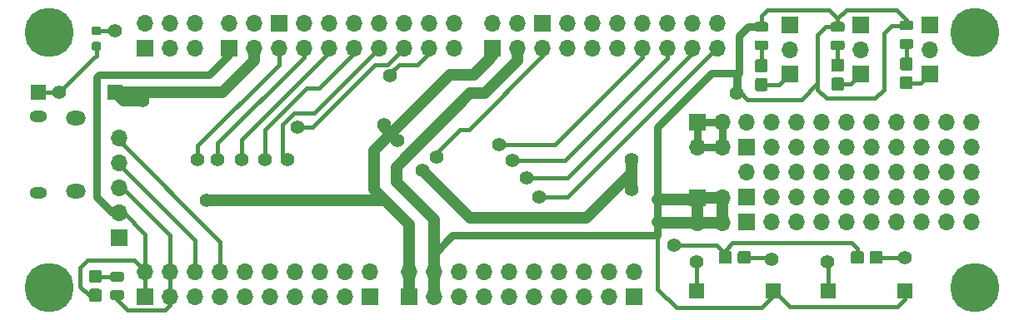
<source format=gbr>
G04 #@! TF.GenerationSoftware,KiCad,Pcbnew,(5.1.5)-2*
G04 #@! TF.CreationDate,2020-04-05T00:52:07+07:00*
G04 #@! TF.ProjectId,KIT_PIC16F1937,4b49545f-5049-4433-9136-46313933372e,rev?*
G04 #@! TF.SameCoordinates,Original*
G04 #@! TF.FileFunction,Copper,L1,Top*
G04 #@! TF.FilePolarity,Positive*
%FSLAX46Y46*%
G04 Gerber Fmt 4.6, Leading zero omitted, Abs format (unit mm)*
G04 Created by KiCad (PCBNEW (5.1.5)-2) date 2020-04-05 00:52:07*
%MOMM*%
%LPD*%
G04 APERTURE LIST*
%ADD10C,0.100000*%
%ADD11R,1.500000X1.500000*%
%ADD12C,5.000000*%
%ADD13C,0.800000*%
%ADD14R,1.700000X1.700000*%
%ADD15O,1.700000X1.700000*%
%ADD16O,2.000000X1.450000*%
%ADD17O,1.800000X1.150000*%
%ADD18C,1.400000*%
%ADD19C,0.400000*%
%ADD20C,1.200000*%
%ADD21C,0.800000*%
G04 APERTURE END LIST*
G04 #@! TA.AperFunction,SMDPad,CuDef*
D10*
G36*
X150391691Y-100554053D02*
G01*
X150412926Y-100557203D01*
X150433750Y-100562419D01*
X150453962Y-100569651D01*
X150473368Y-100578830D01*
X150491781Y-100589866D01*
X150509024Y-100602654D01*
X150524930Y-100617070D01*
X150539346Y-100632976D01*
X150552134Y-100650219D01*
X150563170Y-100668632D01*
X150572349Y-100688038D01*
X150579581Y-100708250D01*
X150584797Y-100729074D01*
X150587947Y-100750309D01*
X150589000Y-100771750D01*
X150589000Y-101209250D01*
X150587947Y-101230691D01*
X150584797Y-101251926D01*
X150579581Y-101272750D01*
X150572349Y-101292962D01*
X150563170Y-101312368D01*
X150552134Y-101330781D01*
X150539346Y-101348024D01*
X150524930Y-101363930D01*
X150509024Y-101378346D01*
X150491781Y-101391134D01*
X150473368Y-101402170D01*
X150453962Y-101411349D01*
X150433750Y-101418581D01*
X150412926Y-101423797D01*
X150391691Y-101426947D01*
X150370250Y-101428000D01*
X149857750Y-101428000D01*
X149836309Y-101426947D01*
X149815074Y-101423797D01*
X149794250Y-101418581D01*
X149774038Y-101411349D01*
X149754632Y-101402170D01*
X149736219Y-101391134D01*
X149718976Y-101378346D01*
X149703070Y-101363930D01*
X149688654Y-101348024D01*
X149675866Y-101330781D01*
X149664830Y-101312368D01*
X149655651Y-101292962D01*
X149648419Y-101272750D01*
X149643203Y-101251926D01*
X149640053Y-101230691D01*
X149639000Y-101209250D01*
X149639000Y-100771750D01*
X149640053Y-100750309D01*
X149643203Y-100729074D01*
X149648419Y-100708250D01*
X149655651Y-100688038D01*
X149664830Y-100668632D01*
X149675866Y-100650219D01*
X149688654Y-100632976D01*
X149703070Y-100617070D01*
X149718976Y-100602654D01*
X149736219Y-100589866D01*
X149754632Y-100578830D01*
X149774038Y-100569651D01*
X149794250Y-100562419D01*
X149815074Y-100557203D01*
X149836309Y-100554053D01*
X149857750Y-100553000D01*
X150370250Y-100553000D01*
X150391691Y-100554053D01*
G37*
G04 #@! TD.AperFunction*
G04 #@! TA.AperFunction,SMDPad,CuDef*
G36*
X150391691Y-98979053D02*
G01*
X150412926Y-98982203D01*
X150433750Y-98987419D01*
X150453962Y-98994651D01*
X150473368Y-99003830D01*
X150491781Y-99014866D01*
X150509024Y-99027654D01*
X150524930Y-99042070D01*
X150539346Y-99057976D01*
X150552134Y-99075219D01*
X150563170Y-99093632D01*
X150572349Y-99113038D01*
X150579581Y-99133250D01*
X150584797Y-99154074D01*
X150587947Y-99175309D01*
X150589000Y-99196750D01*
X150589000Y-99634250D01*
X150587947Y-99655691D01*
X150584797Y-99676926D01*
X150579581Y-99697750D01*
X150572349Y-99717962D01*
X150563170Y-99737368D01*
X150552134Y-99755781D01*
X150539346Y-99773024D01*
X150524930Y-99788930D01*
X150509024Y-99803346D01*
X150491781Y-99816134D01*
X150473368Y-99827170D01*
X150453962Y-99836349D01*
X150433750Y-99843581D01*
X150412926Y-99848797D01*
X150391691Y-99851947D01*
X150370250Y-99853000D01*
X149857750Y-99853000D01*
X149836309Y-99851947D01*
X149815074Y-99848797D01*
X149794250Y-99843581D01*
X149774038Y-99836349D01*
X149754632Y-99827170D01*
X149736219Y-99816134D01*
X149718976Y-99803346D01*
X149703070Y-99788930D01*
X149688654Y-99773024D01*
X149675866Y-99755781D01*
X149664830Y-99737368D01*
X149655651Y-99717962D01*
X149648419Y-99697750D01*
X149643203Y-99676926D01*
X149640053Y-99655691D01*
X149639000Y-99634250D01*
X149639000Y-99196750D01*
X149640053Y-99175309D01*
X149643203Y-99154074D01*
X149648419Y-99133250D01*
X149655651Y-99113038D01*
X149664830Y-99093632D01*
X149675866Y-99075219D01*
X149688654Y-99057976D01*
X149703070Y-99042070D01*
X149718976Y-99027654D01*
X149736219Y-99014866D01*
X149754632Y-99003830D01*
X149774038Y-98994651D01*
X149794250Y-98987419D01*
X149815074Y-98982203D01*
X149836309Y-98979053D01*
X149857750Y-98978000D01*
X150370250Y-98978000D01*
X150391691Y-98979053D01*
G37*
G04 #@! TD.AperFunction*
D11*
X144182000Y-105664000D03*
X151982000Y-105664000D03*
D12*
X145288000Y-99568000D03*
D13*
X147163000Y-99568000D03*
X146613825Y-100893825D03*
X145288000Y-101443000D03*
X143962175Y-100893825D03*
X143413000Y-99568000D03*
X143962175Y-98242175D03*
X145288000Y-97693000D03*
X146613825Y-98242175D03*
X146613825Y-124277175D03*
X145288000Y-123728000D03*
X143962175Y-124277175D03*
X143413000Y-125603000D03*
X143962175Y-126928825D03*
X145288000Y-127478000D03*
X146613825Y-126928825D03*
X147163000Y-125603000D03*
D12*
X145288000Y-125603000D03*
X239395000Y-99568000D03*
D13*
X241270000Y-99568000D03*
X240720825Y-100893825D03*
X239395000Y-101443000D03*
X238069175Y-100893825D03*
X237520000Y-99568000D03*
X238069175Y-98242175D03*
X239395000Y-97693000D03*
X240720825Y-98242175D03*
X240720825Y-124277175D03*
X239395000Y-123728000D03*
X238069175Y-124277175D03*
X237520000Y-125603000D03*
X238069175Y-126928825D03*
X239395000Y-127478000D03*
X240720825Y-126928825D03*
X241270000Y-125603000D03*
D12*
X239395000Y-125603000D03*
D14*
X195444000Y-98679000D03*
D15*
X195444000Y-101219000D03*
X197984000Y-98679000D03*
X197984000Y-101219000D03*
X200524000Y-98679000D03*
X200524000Y-101219000D03*
X203064000Y-98679000D03*
X203064000Y-101219000D03*
X205604000Y-98679000D03*
X205604000Y-101219000D03*
X208144000Y-98679000D03*
X208144000Y-101219000D03*
X210684000Y-98679000D03*
X210684000Y-101219000D03*
X213224000Y-98679000D03*
X213224000Y-101219000D03*
X186944000Y-123952000D03*
X186944000Y-126492000D03*
X189484000Y-123952000D03*
X189484000Y-126492000D03*
X192024000Y-123952000D03*
X192024000Y-126492000D03*
X194564000Y-123952000D03*
X194564000Y-126492000D03*
X197104000Y-123952000D03*
X197104000Y-126492000D03*
X199644000Y-123952000D03*
X199644000Y-126492000D03*
X202184000Y-123952000D03*
X202184000Y-126492000D03*
X204724000Y-123952000D03*
D14*
X204724000Y-126492000D03*
D15*
X186427000Y-101219000D03*
X186427000Y-98679000D03*
X183887000Y-101219000D03*
X183887000Y-98679000D03*
X181347000Y-101219000D03*
X181347000Y-98679000D03*
X178807000Y-101219000D03*
X178807000Y-98679000D03*
X176267000Y-101219000D03*
X176267000Y-98679000D03*
X173727000Y-101219000D03*
X173727000Y-98679000D03*
X171187000Y-101219000D03*
X171187000Y-98679000D03*
X168647000Y-101219000D03*
D14*
X168647000Y-98679000D03*
X177927000Y-126492000D03*
D15*
X177927000Y-123952000D03*
X175387000Y-126492000D03*
X175387000Y-123952000D03*
X172847000Y-126492000D03*
X172847000Y-123952000D03*
X170307000Y-126492000D03*
X170307000Y-123952000D03*
X167767000Y-126492000D03*
X167767000Y-123952000D03*
X165227000Y-126492000D03*
X165227000Y-123952000D03*
X162687000Y-126492000D03*
X162687000Y-123952000D03*
X160147000Y-126492000D03*
X160147000Y-123952000D03*
D14*
X152400000Y-120523000D03*
D15*
X152400000Y-117983000D03*
X152400000Y-115443000D03*
X152400000Y-112903000D03*
X152400000Y-110363000D03*
D14*
X181864000Y-126492000D03*
D15*
X181864000Y-123952000D03*
X184404000Y-126492000D03*
X184404000Y-123952000D03*
X166107000Y-98679000D03*
X166107000Y-101219000D03*
X163567000Y-98679000D03*
D14*
X163567000Y-101219000D03*
X190364000Y-101219000D03*
D15*
X190364000Y-98679000D03*
X192904000Y-101219000D03*
X192904000Y-98679000D03*
X157607000Y-123952000D03*
X157607000Y-126492000D03*
X155067000Y-123952000D03*
D14*
X155067000Y-126492000D03*
X155067000Y-101219000D03*
D15*
X155067000Y-98679000D03*
X157607000Y-101219000D03*
X157607000Y-98679000D03*
X160147000Y-101219000D03*
X160147000Y-98679000D03*
G04 #@! TA.AperFunction,SMDPad,CuDef*
D10*
G36*
X150424504Y-123776204D02*
G01*
X150448773Y-123779804D01*
X150472571Y-123785765D01*
X150495671Y-123794030D01*
X150517849Y-123804520D01*
X150538893Y-123817133D01*
X150558598Y-123831747D01*
X150576777Y-123848223D01*
X150593253Y-123866402D01*
X150607867Y-123886107D01*
X150620480Y-123907151D01*
X150630970Y-123929329D01*
X150639235Y-123952429D01*
X150645196Y-123976227D01*
X150648796Y-124000496D01*
X150650000Y-124025000D01*
X150650000Y-124850000D01*
X150648796Y-124874504D01*
X150645196Y-124898773D01*
X150639235Y-124922571D01*
X150630970Y-124945671D01*
X150620480Y-124967849D01*
X150607867Y-124988893D01*
X150593253Y-125008598D01*
X150576777Y-125026777D01*
X150558598Y-125043253D01*
X150538893Y-125057867D01*
X150517849Y-125070480D01*
X150495671Y-125080970D01*
X150472571Y-125089235D01*
X150448773Y-125095196D01*
X150424504Y-125098796D01*
X150400000Y-125100000D01*
X149600000Y-125100000D01*
X149575496Y-125098796D01*
X149551227Y-125095196D01*
X149527429Y-125089235D01*
X149504329Y-125080970D01*
X149482151Y-125070480D01*
X149461107Y-125057867D01*
X149441402Y-125043253D01*
X149423223Y-125026777D01*
X149406747Y-125008598D01*
X149392133Y-124988893D01*
X149379520Y-124967849D01*
X149369030Y-124945671D01*
X149360765Y-124922571D01*
X149354804Y-124898773D01*
X149351204Y-124874504D01*
X149350000Y-124850000D01*
X149350000Y-124025000D01*
X149351204Y-124000496D01*
X149354804Y-123976227D01*
X149360765Y-123952429D01*
X149369030Y-123929329D01*
X149379520Y-123907151D01*
X149392133Y-123886107D01*
X149406747Y-123866402D01*
X149423223Y-123848223D01*
X149441402Y-123831747D01*
X149461107Y-123817133D01*
X149482151Y-123804520D01*
X149504329Y-123794030D01*
X149527429Y-123785765D01*
X149551227Y-123779804D01*
X149575496Y-123776204D01*
X149600000Y-123775000D01*
X150400000Y-123775000D01*
X150424504Y-123776204D01*
G37*
G04 #@! TD.AperFunction*
G04 #@! TA.AperFunction,SMDPad,CuDef*
G36*
X150424504Y-125701204D02*
G01*
X150448773Y-125704804D01*
X150472571Y-125710765D01*
X150495671Y-125719030D01*
X150517849Y-125729520D01*
X150538893Y-125742133D01*
X150558598Y-125756747D01*
X150576777Y-125773223D01*
X150593253Y-125791402D01*
X150607867Y-125811107D01*
X150620480Y-125832151D01*
X150630970Y-125854329D01*
X150639235Y-125877429D01*
X150645196Y-125901227D01*
X150648796Y-125925496D01*
X150650000Y-125950000D01*
X150650000Y-126775000D01*
X150648796Y-126799504D01*
X150645196Y-126823773D01*
X150639235Y-126847571D01*
X150630970Y-126870671D01*
X150620480Y-126892849D01*
X150607867Y-126913893D01*
X150593253Y-126933598D01*
X150576777Y-126951777D01*
X150558598Y-126968253D01*
X150538893Y-126982867D01*
X150517849Y-126995480D01*
X150495671Y-127005970D01*
X150472571Y-127014235D01*
X150448773Y-127020196D01*
X150424504Y-127023796D01*
X150400000Y-127025000D01*
X149600000Y-127025000D01*
X149575496Y-127023796D01*
X149551227Y-127020196D01*
X149527429Y-127014235D01*
X149504329Y-127005970D01*
X149482151Y-126995480D01*
X149461107Y-126982867D01*
X149441402Y-126968253D01*
X149423223Y-126951777D01*
X149406747Y-126933598D01*
X149392133Y-126913893D01*
X149379520Y-126892849D01*
X149369030Y-126870671D01*
X149360765Y-126847571D01*
X149354804Y-126823773D01*
X149351204Y-126799504D01*
X149350000Y-126775000D01*
X149350000Y-125950000D01*
X149351204Y-125925496D01*
X149354804Y-125901227D01*
X149360765Y-125877429D01*
X149369030Y-125854329D01*
X149379520Y-125832151D01*
X149392133Y-125811107D01*
X149406747Y-125791402D01*
X149423223Y-125773223D01*
X149441402Y-125756747D01*
X149461107Y-125742133D01*
X149482151Y-125729520D01*
X149504329Y-125719030D01*
X149527429Y-125710765D01*
X149551227Y-125704804D01*
X149575496Y-125701204D01*
X149600000Y-125700000D01*
X150400000Y-125700000D01*
X150424504Y-125701204D01*
G37*
G04 #@! TD.AperFunction*
G04 #@! TA.AperFunction,SMDPad,CuDef*
G36*
X216379504Y-121856204D02*
G01*
X216403773Y-121859804D01*
X216427571Y-121865765D01*
X216450671Y-121874030D01*
X216472849Y-121884520D01*
X216493893Y-121897133D01*
X216513598Y-121911747D01*
X216531777Y-121928223D01*
X216548253Y-121946402D01*
X216562867Y-121966107D01*
X216575480Y-121987151D01*
X216585970Y-122009329D01*
X216594235Y-122032429D01*
X216600196Y-122056227D01*
X216603796Y-122080496D01*
X216605000Y-122105000D01*
X216605000Y-122905000D01*
X216603796Y-122929504D01*
X216600196Y-122953773D01*
X216594235Y-122977571D01*
X216585970Y-123000671D01*
X216575480Y-123022849D01*
X216562867Y-123043893D01*
X216548253Y-123063598D01*
X216531777Y-123081777D01*
X216513598Y-123098253D01*
X216493893Y-123112867D01*
X216472849Y-123125480D01*
X216450671Y-123135970D01*
X216427571Y-123144235D01*
X216403773Y-123150196D01*
X216379504Y-123153796D01*
X216355000Y-123155000D01*
X215530000Y-123155000D01*
X215505496Y-123153796D01*
X215481227Y-123150196D01*
X215457429Y-123144235D01*
X215434329Y-123135970D01*
X215412151Y-123125480D01*
X215391107Y-123112867D01*
X215371402Y-123098253D01*
X215353223Y-123081777D01*
X215336747Y-123063598D01*
X215322133Y-123043893D01*
X215309520Y-123022849D01*
X215299030Y-123000671D01*
X215290765Y-122977571D01*
X215284804Y-122953773D01*
X215281204Y-122929504D01*
X215280000Y-122905000D01*
X215280000Y-122105000D01*
X215281204Y-122080496D01*
X215284804Y-122056227D01*
X215290765Y-122032429D01*
X215299030Y-122009329D01*
X215309520Y-121987151D01*
X215322133Y-121966107D01*
X215336747Y-121946402D01*
X215353223Y-121928223D01*
X215371402Y-121911747D01*
X215391107Y-121897133D01*
X215412151Y-121884520D01*
X215434329Y-121874030D01*
X215457429Y-121865765D01*
X215481227Y-121859804D01*
X215505496Y-121856204D01*
X215530000Y-121855000D01*
X216355000Y-121855000D01*
X216379504Y-121856204D01*
G37*
G04 #@! TD.AperFunction*
G04 #@! TA.AperFunction,SMDPad,CuDef*
G36*
X214454504Y-121856204D02*
G01*
X214478773Y-121859804D01*
X214502571Y-121865765D01*
X214525671Y-121874030D01*
X214547849Y-121884520D01*
X214568893Y-121897133D01*
X214588598Y-121911747D01*
X214606777Y-121928223D01*
X214623253Y-121946402D01*
X214637867Y-121966107D01*
X214650480Y-121987151D01*
X214660970Y-122009329D01*
X214669235Y-122032429D01*
X214675196Y-122056227D01*
X214678796Y-122080496D01*
X214680000Y-122105000D01*
X214680000Y-122905000D01*
X214678796Y-122929504D01*
X214675196Y-122953773D01*
X214669235Y-122977571D01*
X214660970Y-123000671D01*
X214650480Y-123022849D01*
X214637867Y-123043893D01*
X214623253Y-123063598D01*
X214606777Y-123081777D01*
X214588598Y-123098253D01*
X214568893Y-123112867D01*
X214547849Y-123125480D01*
X214525671Y-123135970D01*
X214502571Y-123144235D01*
X214478773Y-123150196D01*
X214454504Y-123153796D01*
X214430000Y-123155000D01*
X213605000Y-123155000D01*
X213580496Y-123153796D01*
X213556227Y-123150196D01*
X213532429Y-123144235D01*
X213509329Y-123135970D01*
X213487151Y-123125480D01*
X213466107Y-123112867D01*
X213446402Y-123098253D01*
X213428223Y-123081777D01*
X213411747Y-123063598D01*
X213397133Y-123043893D01*
X213384520Y-123022849D01*
X213374030Y-123000671D01*
X213365765Y-122977571D01*
X213359804Y-122953773D01*
X213356204Y-122929504D01*
X213355000Y-122905000D01*
X213355000Y-122105000D01*
X213356204Y-122080496D01*
X213359804Y-122056227D01*
X213365765Y-122032429D01*
X213374030Y-122009329D01*
X213384520Y-121987151D01*
X213397133Y-121966107D01*
X213411747Y-121946402D01*
X213428223Y-121928223D01*
X213446402Y-121911747D01*
X213466107Y-121897133D01*
X213487151Y-121884520D01*
X213509329Y-121874030D01*
X213532429Y-121865765D01*
X213556227Y-121859804D01*
X213580496Y-121856204D01*
X213605000Y-121855000D01*
X214430000Y-121855000D01*
X214454504Y-121856204D01*
G37*
G04 #@! TD.AperFunction*
G04 #@! TA.AperFunction,SMDPad,CuDef*
G36*
X227854504Y-121856204D02*
G01*
X227878773Y-121859804D01*
X227902571Y-121865765D01*
X227925671Y-121874030D01*
X227947849Y-121884520D01*
X227968893Y-121897133D01*
X227988598Y-121911747D01*
X228006777Y-121928223D01*
X228023253Y-121946402D01*
X228037867Y-121966107D01*
X228050480Y-121987151D01*
X228060970Y-122009329D01*
X228069235Y-122032429D01*
X228075196Y-122056227D01*
X228078796Y-122080496D01*
X228080000Y-122105000D01*
X228080000Y-122905000D01*
X228078796Y-122929504D01*
X228075196Y-122953773D01*
X228069235Y-122977571D01*
X228060970Y-123000671D01*
X228050480Y-123022849D01*
X228037867Y-123043893D01*
X228023253Y-123063598D01*
X228006777Y-123081777D01*
X227988598Y-123098253D01*
X227968893Y-123112867D01*
X227947849Y-123125480D01*
X227925671Y-123135970D01*
X227902571Y-123144235D01*
X227878773Y-123150196D01*
X227854504Y-123153796D01*
X227830000Y-123155000D01*
X227005000Y-123155000D01*
X226980496Y-123153796D01*
X226956227Y-123150196D01*
X226932429Y-123144235D01*
X226909329Y-123135970D01*
X226887151Y-123125480D01*
X226866107Y-123112867D01*
X226846402Y-123098253D01*
X226828223Y-123081777D01*
X226811747Y-123063598D01*
X226797133Y-123043893D01*
X226784520Y-123022849D01*
X226774030Y-123000671D01*
X226765765Y-122977571D01*
X226759804Y-122953773D01*
X226756204Y-122929504D01*
X226755000Y-122905000D01*
X226755000Y-122105000D01*
X226756204Y-122080496D01*
X226759804Y-122056227D01*
X226765765Y-122032429D01*
X226774030Y-122009329D01*
X226784520Y-121987151D01*
X226797133Y-121966107D01*
X226811747Y-121946402D01*
X226828223Y-121928223D01*
X226846402Y-121911747D01*
X226866107Y-121897133D01*
X226887151Y-121884520D01*
X226909329Y-121874030D01*
X226932429Y-121865765D01*
X226956227Y-121859804D01*
X226980496Y-121856204D01*
X227005000Y-121855000D01*
X227830000Y-121855000D01*
X227854504Y-121856204D01*
G37*
G04 #@! TD.AperFunction*
G04 #@! TA.AperFunction,SMDPad,CuDef*
G36*
X229779504Y-121856204D02*
G01*
X229803773Y-121859804D01*
X229827571Y-121865765D01*
X229850671Y-121874030D01*
X229872849Y-121884520D01*
X229893893Y-121897133D01*
X229913598Y-121911747D01*
X229931777Y-121928223D01*
X229948253Y-121946402D01*
X229962867Y-121966107D01*
X229975480Y-121987151D01*
X229985970Y-122009329D01*
X229994235Y-122032429D01*
X230000196Y-122056227D01*
X230003796Y-122080496D01*
X230005000Y-122105000D01*
X230005000Y-122905000D01*
X230003796Y-122929504D01*
X230000196Y-122953773D01*
X229994235Y-122977571D01*
X229985970Y-123000671D01*
X229975480Y-123022849D01*
X229962867Y-123043893D01*
X229948253Y-123063598D01*
X229931777Y-123081777D01*
X229913598Y-123098253D01*
X229893893Y-123112867D01*
X229872849Y-123125480D01*
X229850671Y-123135970D01*
X229827571Y-123144235D01*
X229803773Y-123150196D01*
X229779504Y-123153796D01*
X229755000Y-123155000D01*
X228930000Y-123155000D01*
X228905496Y-123153796D01*
X228881227Y-123150196D01*
X228857429Y-123144235D01*
X228834329Y-123135970D01*
X228812151Y-123125480D01*
X228791107Y-123112867D01*
X228771402Y-123098253D01*
X228753223Y-123081777D01*
X228736747Y-123063598D01*
X228722133Y-123043893D01*
X228709520Y-123022849D01*
X228699030Y-123000671D01*
X228690765Y-122977571D01*
X228684804Y-122953773D01*
X228681204Y-122929504D01*
X228680000Y-122905000D01*
X228680000Y-122105000D01*
X228681204Y-122080496D01*
X228684804Y-122056227D01*
X228690765Y-122032429D01*
X228699030Y-122009329D01*
X228709520Y-121987151D01*
X228722133Y-121966107D01*
X228736747Y-121946402D01*
X228753223Y-121928223D01*
X228771402Y-121911747D01*
X228791107Y-121897133D01*
X228812151Y-121884520D01*
X228834329Y-121874030D01*
X228857429Y-121865765D01*
X228881227Y-121859804D01*
X228905496Y-121856204D01*
X228930000Y-121855000D01*
X229755000Y-121855000D01*
X229779504Y-121856204D01*
G37*
G04 #@! TD.AperFunction*
G04 #@! TA.AperFunction,SMDPad,CuDef*
G36*
X152680142Y-125851174D02*
G01*
X152703803Y-125854684D01*
X152727007Y-125860496D01*
X152749529Y-125868554D01*
X152771153Y-125878782D01*
X152791670Y-125891079D01*
X152810883Y-125905329D01*
X152828607Y-125921393D01*
X152844671Y-125939117D01*
X152858921Y-125958330D01*
X152871218Y-125978847D01*
X152881446Y-126000471D01*
X152889504Y-126022993D01*
X152895316Y-126046197D01*
X152898826Y-126069858D01*
X152900000Y-126093750D01*
X152900000Y-126581250D01*
X152898826Y-126605142D01*
X152895316Y-126628803D01*
X152889504Y-126652007D01*
X152881446Y-126674529D01*
X152871218Y-126696153D01*
X152858921Y-126716670D01*
X152844671Y-126735883D01*
X152828607Y-126753607D01*
X152810883Y-126769671D01*
X152791670Y-126783921D01*
X152771153Y-126796218D01*
X152749529Y-126806446D01*
X152727007Y-126814504D01*
X152703803Y-126820316D01*
X152680142Y-126823826D01*
X152656250Y-126825000D01*
X151743750Y-126825000D01*
X151719858Y-126823826D01*
X151696197Y-126820316D01*
X151672993Y-126814504D01*
X151650471Y-126806446D01*
X151628847Y-126796218D01*
X151608330Y-126783921D01*
X151589117Y-126769671D01*
X151571393Y-126753607D01*
X151555329Y-126735883D01*
X151541079Y-126716670D01*
X151528782Y-126696153D01*
X151518554Y-126674529D01*
X151510496Y-126652007D01*
X151504684Y-126628803D01*
X151501174Y-126605142D01*
X151500000Y-126581250D01*
X151500000Y-126093750D01*
X151501174Y-126069858D01*
X151504684Y-126046197D01*
X151510496Y-126022993D01*
X151518554Y-126000471D01*
X151528782Y-125978847D01*
X151541079Y-125958330D01*
X151555329Y-125939117D01*
X151571393Y-125921393D01*
X151589117Y-125905329D01*
X151608330Y-125891079D01*
X151628847Y-125878782D01*
X151650471Y-125868554D01*
X151672993Y-125860496D01*
X151696197Y-125854684D01*
X151719858Y-125851174D01*
X151743750Y-125850000D01*
X152656250Y-125850000D01*
X152680142Y-125851174D01*
G37*
G04 #@! TD.AperFunction*
G04 #@! TA.AperFunction,SMDPad,CuDef*
G36*
X152680142Y-123976174D02*
G01*
X152703803Y-123979684D01*
X152727007Y-123985496D01*
X152749529Y-123993554D01*
X152771153Y-124003782D01*
X152791670Y-124016079D01*
X152810883Y-124030329D01*
X152828607Y-124046393D01*
X152844671Y-124064117D01*
X152858921Y-124083330D01*
X152871218Y-124103847D01*
X152881446Y-124125471D01*
X152889504Y-124147993D01*
X152895316Y-124171197D01*
X152898826Y-124194858D01*
X152900000Y-124218750D01*
X152900000Y-124706250D01*
X152898826Y-124730142D01*
X152895316Y-124753803D01*
X152889504Y-124777007D01*
X152881446Y-124799529D01*
X152871218Y-124821153D01*
X152858921Y-124841670D01*
X152844671Y-124860883D01*
X152828607Y-124878607D01*
X152810883Y-124894671D01*
X152791670Y-124908921D01*
X152771153Y-124921218D01*
X152749529Y-124931446D01*
X152727007Y-124939504D01*
X152703803Y-124945316D01*
X152680142Y-124948826D01*
X152656250Y-124950000D01*
X151743750Y-124950000D01*
X151719858Y-124948826D01*
X151696197Y-124945316D01*
X151672993Y-124939504D01*
X151650471Y-124931446D01*
X151628847Y-124921218D01*
X151608330Y-124908921D01*
X151589117Y-124894671D01*
X151571393Y-124878607D01*
X151555329Y-124860883D01*
X151541079Y-124841670D01*
X151528782Y-124821153D01*
X151518554Y-124799529D01*
X151510496Y-124777007D01*
X151504684Y-124753803D01*
X151501174Y-124730142D01*
X151500000Y-124706250D01*
X151500000Y-124218750D01*
X151501174Y-124194858D01*
X151504684Y-124171197D01*
X151510496Y-124147993D01*
X151518554Y-124125471D01*
X151528782Y-124103847D01*
X151541079Y-124083330D01*
X151555329Y-124064117D01*
X151571393Y-124046393D01*
X151589117Y-124030329D01*
X151608330Y-124016079D01*
X151628847Y-124003782D01*
X151650471Y-123993554D01*
X151672993Y-123985496D01*
X151696197Y-123979684D01*
X151719858Y-123976174D01*
X151743750Y-123975000D01*
X152656250Y-123975000D01*
X152680142Y-123976174D01*
G37*
G04 #@! TD.AperFunction*
D11*
X211100000Y-125905000D03*
X218900000Y-125905000D03*
X224500000Y-125905000D03*
X232300000Y-125905000D03*
D14*
X220600000Y-98800000D03*
D15*
X220600000Y-101340000D03*
D14*
X220600000Y-103800000D03*
X227800000Y-103800000D03*
X227800000Y-98800000D03*
D15*
X227800000Y-101340000D03*
D14*
X234800000Y-103800000D03*
X234800000Y-98800000D03*
D15*
X234800000Y-101340000D03*
X239061001Y-113792000D03*
X239061001Y-116332000D03*
X236521001Y-113792000D03*
X236521001Y-116332000D03*
X233981001Y-113792000D03*
X233981001Y-116332000D03*
X231441001Y-113792000D03*
X231441001Y-116332000D03*
X228901001Y-113792000D03*
X228901001Y-116332000D03*
X226361001Y-113792000D03*
X226361001Y-116332000D03*
X223821001Y-113792000D03*
X223821001Y-116332000D03*
X221281001Y-113792000D03*
X221281001Y-116332000D03*
X218741001Y-113792000D03*
X218741001Y-116332000D03*
X216201001Y-113792000D03*
D14*
X216201001Y-116332000D03*
X216201001Y-111252000D03*
D15*
X216201001Y-108712000D03*
X218741001Y-111252000D03*
X218741001Y-108712000D03*
X221281001Y-111252000D03*
X221281001Y-108712000D03*
X223821001Y-111252000D03*
X223821001Y-108712000D03*
X226361001Y-111252000D03*
X226361001Y-108712000D03*
X228901001Y-111252000D03*
X228901001Y-108712000D03*
X231441001Y-111252000D03*
X231441001Y-108712000D03*
X233981001Y-111252000D03*
X233981001Y-108712000D03*
X236521001Y-111252000D03*
X236521001Y-108712000D03*
X239061001Y-111252000D03*
X239061001Y-108712000D03*
G04 #@! TA.AperFunction,SMDPad,CuDef*
D10*
G36*
X218102504Y-102315704D02*
G01*
X218126773Y-102319304D01*
X218150571Y-102325265D01*
X218173671Y-102333530D01*
X218195849Y-102344020D01*
X218216893Y-102356633D01*
X218236598Y-102371247D01*
X218254777Y-102387723D01*
X218271253Y-102405902D01*
X218285867Y-102425607D01*
X218298480Y-102446651D01*
X218308970Y-102468829D01*
X218317235Y-102491929D01*
X218323196Y-102515727D01*
X218326796Y-102539996D01*
X218328000Y-102564500D01*
X218328000Y-103389500D01*
X218326796Y-103414004D01*
X218323196Y-103438273D01*
X218317235Y-103462071D01*
X218308970Y-103485171D01*
X218298480Y-103507349D01*
X218285867Y-103528393D01*
X218271253Y-103548098D01*
X218254777Y-103566277D01*
X218236598Y-103582753D01*
X218216893Y-103597367D01*
X218195849Y-103609980D01*
X218173671Y-103620470D01*
X218150571Y-103628735D01*
X218126773Y-103634696D01*
X218102504Y-103638296D01*
X218078000Y-103639500D01*
X217278000Y-103639500D01*
X217253496Y-103638296D01*
X217229227Y-103634696D01*
X217205429Y-103628735D01*
X217182329Y-103620470D01*
X217160151Y-103609980D01*
X217139107Y-103597367D01*
X217119402Y-103582753D01*
X217101223Y-103566277D01*
X217084747Y-103548098D01*
X217070133Y-103528393D01*
X217057520Y-103507349D01*
X217047030Y-103485171D01*
X217038765Y-103462071D01*
X217032804Y-103438273D01*
X217029204Y-103414004D01*
X217028000Y-103389500D01*
X217028000Y-102564500D01*
X217029204Y-102539996D01*
X217032804Y-102515727D01*
X217038765Y-102491929D01*
X217047030Y-102468829D01*
X217057520Y-102446651D01*
X217070133Y-102425607D01*
X217084747Y-102405902D01*
X217101223Y-102387723D01*
X217119402Y-102371247D01*
X217139107Y-102356633D01*
X217160151Y-102344020D01*
X217182329Y-102333530D01*
X217205429Y-102325265D01*
X217229227Y-102319304D01*
X217253496Y-102315704D01*
X217278000Y-102314500D01*
X218078000Y-102314500D01*
X218102504Y-102315704D01*
G37*
G04 #@! TD.AperFunction*
G04 #@! TA.AperFunction,SMDPad,CuDef*
G36*
X218102504Y-104240704D02*
G01*
X218126773Y-104244304D01*
X218150571Y-104250265D01*
X218173671Y-104258530D01*
X218195849Y-104269020D01*
X218216893Y-104281633D01*
X218236598Y-104296247D01*
X218254777Y-104312723D01*
X218271253Y-104330902D01*
X218285867Y-104350607D01*
X218298480Y-104371651D01*
X218308970Y-104393829D01*
X218317235Y-104416929D01*
X218323196Y-104440727D01*
X218326796Y-104464996D01*
X218328000Y-104489500D01*
X218328000Y-105314500D01*
X218326796Y-105339004D01*
X218323196Y-105363273D01*
X218317235Y-105387071D01*
X218308970Y-105410171D01*
X218298480Y-105432349D01*
X218285867Y-105453393D01*
X218271253Y-105473098D01*
X218254777Y-105491277D01*
X218236598Y-105507753D01*
X218216893Y-105522367D01*
X218195849Y-105534980D01*
X218173671Y-105545470D01*
X218150571Y-105553735D01*
X218126773Y-105559696D01*
X218102504Y-105563296D01*
X218078000Y-105564500D01*
X217278000Y-105564500D01*
X217253496Y-105563296D01*
X217229227Y-105559696D01*
X217205429Y-105553735D01*
X217182329Y-105545470D01*
X217160151Y-105534980D01*
X217139107Y-105522367D01*
X217119402Y-105507753D01*
X217101223Y-105491277D01*
X217084747Y-105473098D01*
X217070133Y-105453393D01*
X217057520Y-105432349D01*
X217047030Y-105410171D01*
X217038765Y-105387071D01*
X217032804Y-105363273D01*
X217029204Y-105339004D01*
X217028000Y-105314500D01*
X217028000Y-104489500D01*
X217029204Y-104464996D01*
X217032804Y-104440727D01*
X217038765Y-104416929D01*
X217047030Y-104393829D01*
X217057520Y-104371651D01*
X217070133Y-104350607D01*
X217084747Y-104330902D01*
X217101223Y-104312723D01*
X217119402Y-104296247D01*
X217139107Y-104281633D01*
X217160151Y-104269020D01*
X217182329Y-104258530D01*
X217205429Y-104250265D01*
X217229227Y-104244304D01*
X217253496Y-104240704D01*
X217278000Y-104239500D01*
X218078000Y-104239500D01*
X218102504Y-104240704D01*
G37*
G04 #@! TD.AperFunction*
G04 #@! TA.AperFunction,SMDPad,CuDef*
G36*
X225849504Y-104187204D02*
G01*
X225873773Y-104190804D01*
X225897571Y-104196765D01*
X225920671Y-104205030D01*
X225942849Y-104215520D01*
X225963893Y-104228133D01*
X225983598Y-104242747D01*
X226001777Y-104259223D01*
X226018253Y-104277402D01*
X226032867Y-104297107D01*
X226045480Y-104318151D01*
X226055970Y-104340329D01*
X226064235Y-104363429D01*
X226070196Y-104387227D01*
X226073796Y-104411496D01*
X226075000Y-104436000D01*
X226075000Y-105261000D01*
X226073796Y-105285504D01*
X226070196Y-105309773D01*
X226064235Y-105333571D01*
X226055970Y-105356671D01*
X226045480Y-105378849D01*
X226032867Y-105399893D01*
X226018253Y-105419598D01*
X226001777Y-105437777D01*
X225983598Y-105454253D01*
X225963893Y-105468867D01*
X225942849Y-105481480D01*
X225920671Y-105491970D01*
X225897571Y-105500235D01*
X225873773Y-105506196D01*
X225849504Y-105509796D01*
X225825000Y-105511000D01*
X225025000Y-105511000D01*
X225000496Y-105509796D01*
X224976227Y-105506196D01*
X224952429Y-105500235D01*
X224929329Y-105491970D01*
X224907151Y-105481480D01*
X224886107Y-105468867D01*
X224866402Y-105454253D01*
X224848223Y-105437777D01*
X224831747Y-105419598D01*
X224817133Y-105399893D01*
X224804520Y-105378849D01*
X224794030Y-105356671D01*
X224785765Y-105333571D01*
X224779804Y-105309773D01*
X224776204Y-105285504D01*
X224775000Y-105261000D01*
X224775000Y-104436000D01*
X224776204Y-104411496D01*
X224779804Y-104387227D01*
X224785765Y-104363429D01*
X224794030Y-104340329D01*
X224804520Y-104318151D01*
X224817133Y-104297107D01*
X224831747Y-104277402D01*
X224848223Y-104259223D01*
X224866402Y-104242747D01*
X224886107Y-104228133D01*
X224907151Y-104215520D01*
X224929329Y-104205030D01*
X224952429Y-104196765D01*
X224976227Y-104190804D01*
X225000496Y-104187204D01*
X225025000Y-104186000D01*
X225825000Y-104186000D01*
X225849504Y-104187204D01*
G37*
G04 #@! TD.AperFunction*
G04 #@! TA.AperFunction,SMDPad,CuDef*
G36*
X225849504Y-102262204D02*
G01*
X225873773Y-102265804D01*
X225897571Y-102271765D01*
X225920671Y-102280030D01*
X225942849Y-102290520D01*
X225963893Y-102303133D01*
X225983598Y-102317747D01*
X226001777Y-102334223D01*
X226018253Y-102352402D01*
X226032867Y-102372107D01*
X226045480Y-102393151D01*
X226055970Y-102415329D01*
X226064235Y-102438429D01*
X226070196Y-102462227D01*
X226073796Y-102486496D01*
X226075000Y-102511000D01*
X226075000Y-103336000D01*
X226073796Y-103360504D01*
X226070196Y-103384773D01*
X226064235Y-103408571D01*
X226055970Y-103431671D01*
X226045480Y-103453849D01*
X226032867Y-103474893D01*
X226018253Y-103494598D01*
X226001777Y-103512777D01*
X225983598Y-103529253D01*
X225963893Y-103543867D01*
X225942849Y-103556480D01*
X225920671Y-103566970D01*
X225897571Y-103575235D01*
X225873773Y-103581196D01*
X225849504Y-103584796D01*
X225825000Y-103586000D01*
X225025000Y-103586000D01*
X225000496Y-103584796D01*
X224976227Y-103581196D01*
X224952429Y-103575235D01*
X224929329Y-103566970D01*
X224907151Y-103556480D01*
X224886107Y-103543867D01*
X224866402Y-103529253D01*
X224848223Y-103512777D01*
X224831747Y-103494598D01*
X224817133Y-103474893D01*
X224804520Y-103453849D01*
X224794030Y-103431671D01*
X224785765Y-103408571D01*
X224779804Y-103384773D01*
X224776204Y-103360504D01*
X224775000Y-103336000D01*
X224775000Y-102511000D01*
X224776204Y-102486496D01*
X224779804Y-102462227D01*
X224785765Y-102438429D01*
X224794030Y-102415329D01*
X224804520Y-102393151D01*
X224817133Y-102372107D01*
X224831747Y-102352402D01*
X224848223Y-102334223D01*
X224866402Y-102317747D01*
X224886107Y-102303133D01*
X224907151Y-102290520D01*
X224929329Y-102280030D01*
X224952429Y-102271765D01*
X224976227Y-102265804D01*
X225000496Y-102262204D01*
X225025000Y-102261000D01*
X225825000Y-102261000D01*
X225849504Y-102262204D01*
G37*
G04 #@! TD.AperFunction*
D14*
X216154000Y-118872000D03*
D15*
X218694000Y-118872000D03*
X221234000Y-118872000D03*
X223774000Y-118872000D03*
X226314000Y-118872000D03*
X228854000Y-118872000D03*
X231394000Y-118872000D03*
X233934000Y-118872000D03*
X236474000Y-118872000D03*
X239014000Y-118872000D03*
G04 #@! TA.AperFunction,SMDPad,CuDef*
D10*
G36*
X218158142Y-98525174D02*
G01*
X218181803Y-98528684D01*
X218205007Y-98534496D01*
X218227529Y-98542554D01*
X218249153Y-98552782D01*
X218269670Y-98565079D01*
X218288883Y-98579329D01*
X218306607Y-98595393D01*
X218322671Y-98613117D01*
X218336921Y-98632330D01*
X218349218Y-98652847D01*
X218359446Y-98674471D01*
X218367504Y-98696993D01*
X218373316Y-98720197D01*
X218376826Y-98743858D01*
X218378000Y-98767750D01*
X218378000Y-99255250D01*
X218376826Y-99279142D01*
X218373316Y-99302803D01*
X218367504Y-99326007D01*
X218359446Y-99348529D01*
X218349218Y-99370153D01*
X218336921Y-99390670D01*
X218322671Y-99409883D01*
X218306607Y-99427607D01*
X218288883Y-99443671D01*
X218269670Y-99457921D01*
X218249153Y-99470218D01*
X218227529Y-99480446D01*
X218205007Y-99488504D01*
X218181803Y-99494316D01*
X218158142Y-99497826D01*
X218134250Y-99499000D01*
X217221750Y-99499000D01*
X217197858Y-99497826D01*
X217174197Y-99494316D01*
X217150993Y-99488504D01*
X217128471Y-99480446D01*
X217106847Y-99470218D01*
X217086330Y-99457921D01*
X217067117Y-99443671D01*
X217049393Y-99427607D01*
X217033329Y-99409883D01*
X217019079Y-99390670D01*
X217006782Y-99370153D01*
X216996554Y-99348529D01*
X216988496Y-99326007D01*
X216982684Y-99302803D01*
X216979174Y-99279142D01*
X216978000Y-99255250D01*
X216978000Y-98767750D01*
X216979174Y-98743858D01*
X216982684Y-98720197D01*
X216988496Y-98696993D01*
X216996554Y-98674471D01*
X217006782Y-98652847D01*
X217019079Y-98632330D01*
X217033329Y-98613117D01*
X217049393Y-98595393D01*
X217067117Y-98579329D01*
X217086330Y-98565079D01*
X217106847Y-98552782D01*
X217128471Y-98542554D01*
X217150993Y-98534496D01*
X217174197Y-98528684D01*
X217197858Y-98525174D01*
X217221750Y-98524000D01*
X218134250Y-98524000D01*
X218158142Y-98525174D01*
G37*
G04 #@! TD.AperFunction*
G04 #@! TA.AperFunction,SMDPad,CuDef*
G36*
X218158142Y-100400174D02*
G01*
X218181803Y-100403684D01*
X218205007Y-100409496D01*
X218227529Y-100417554D01*
X218249153Y-100427782D01*
X218269670Y-100440079D01*
X218288883Y-100454329D01*
X218306607Y-100470393D01*
X218322671Y-100488117D01*
X218336921Y-100507330D01*
X218349218Y-100527847D01*
X218359446Y-100549471D01*
X218367504Y-100571993D01*
X218373316Y-100595197D01*
X218376826Y-100618858D01*
X218378000Y-100642750D01*
X218378000Y-101130250D01*
X218376826Y-101154142D01*
X218373316Y-101177803D01*
X218367504Y-101201007D01*
X218359446Y-101223529D01*
X218349218Y-101245153D01*
X218336921Y-101265670D01*
X218322671Y-101284883D01*
X218306607Y-101302607D01*
X218288883Y-101318671D01*
X218269670Y-101332921D01*
X218249153Y-101345218D01*
X218227529Y-101355446D01*
X218205007Y-101363504D01*
X218181803Y-101369316D01*
X218158142Y-101372826D01*
X218134250Y-101374000D01*
X217221750Y-101374000D01*
X217197858Y-101372826D01*
X217174197Y-101369316D01*
X217150993Y-101363504D01*
X217128471Y-101355446D01*
X217106847Y-101345218D01*
X217086330Y-101332921D01*
X217067117Y-101318671D01*
X217049393Y-101302607D01*
X217033329Y-101284883D01*
X217019079Y-101265670D01*
X217006782Y-101245153D01*
X216996554Y-101223529D01*
X216988496Y-101201007D01*
X216982684Y-101177803D01*
X216979174Y-101154142D01*
X216978000Y-101130250D01*
X216978000Y-100642750D01*
X216979174Y-100618858D01*
X216982684Y-100595197D01*
X216988496Y-100571993D01*
X216996554Y-100549471D01*
X217006782Y-100527847D01*
X217019079Y-100507330D01*
X217033329Y-100488117D01*
X217049393Y-100470393D01*
X217067117Y-100454329D01*
X217086330Y-100440079D01*
X217106847Y-100427782D01*
X217128471Y-100417554D01*
X217150993Y-100409496D01*
X217174197Y-100403684D01*
X217197858Y-100400174D01*
X217221750Y-100399000D01*
X218134250Y-100399000D01*
X218158142Y-100400174D01*
G37*
G04 #@! TD.AperFunction*
G04 #@! TA.AperFunction,SMDPad,CuDef*
G36*
X225905142Y-100400174D02*
G01*
X225928803Y-100403684D01*
X225952007Y-100409496D01*
X225974529Y-100417554D01*
X225996153Y-100427782D01*
X226016670Y-100440079D01*
X226035883Y-100454329D01*
X226053607Y-100470393D01*
X226069671Y-100488117D01*
X226083921Y-100507330D01*
X226096218Y-100527847D01*
X226106446Y-100549471D01*
X226114504Y-100571993D01*
X226120316Y-100595197D01*
X226123826Y-100618858D01*
X226125000Y-100642750D01*
X226125000Y-101130250D01*
X226123826Y-101154142D01*
X226120316Y-101177803D01*
X226114504Y-101201007D01*
X226106446Y-101223529D01*
X226096218Y-101245153D01*
X226083921Y-101265670D01*
X226069671Y-101284883D01*
X226053607Y-101302607D01*
X226035883Y-101318671D01*
X226016670Y-101332921D01*
X225996153Y-101345218D01*
X225974529Y-101355446D01*
X225952007Y-101363504D01*
X225928803Y-101369316D01*
X225905142Y-101372826D01*
X225881250Y-101374000D01*
X224968750Y-101374000D01*
X224944858Y-101372826D01*
X224921197Y-101369316D01*
X224897993Y-101363504D01*
X224875471Y-101355446D01*
X224853847Y-101345218D01*
X224833330Y-101332921D01*
X224814117Y-101318671D01*
X224796393Y-101302607D01*
X224780329Y-101284883D01*
X224766079Y-101265670D01*
X224753782Y-101245153D01*
X224743554Y-101223529D01*
X224735496Y-101201007D01*
X224729684Y-101177803D01*
X224726174Y-101154142D01*
X224725000Y-101130250D01*
X224725000Y-100642750D01*
X224726174Y-100618858D01*
X224729684Y-100595197D01*
X224735496Y-100571993D01*
X224743554Y-100549471D01*
X224753782Y-100527847D01*
X224766079Y-100507330D01*
X224780329Y-100488117D01*
X224796393Y-100470393D01*
X224814117Y-100454329D01*
X224833330Y-100440079D01*
X224853847Y-100427782D01*
X224875471Y-100417554D01*
X224897993Y-100409496D01*
X224921197Y-100403684D01*
X224944858Y-100400174D01*
X224968750Y-100399000D01*
X225881250Y-100399000D01*
X225905142Y-100400174D01*
G37*
G04 #@! TD.AperFunction*
G04 #@! TA.AperFunction,SMDPad,CuDef*
G36*
X225905142Y-98525174D02*
G01*
X225928803Y-98528684D01*
X225952007Y-98534496D01*
X225974529Y-98542554D01*
X225996153Y-98552782D01*
X226016670Y-98565079D01*
X226035883Y-98579329D01*
X226053607Y-98595393D01*
X226069671Y-98613117D01*
X226083921Y-98632330D01*
X226096218Y-98652847D01*
X226106446Y-98674471D01*
X226114504Y-98696993D01*
X226120316Y-98720197D01*
X226123826Y-98743858D01*
X226125000Y-98767750D01*
X226125000Y-99255250D01*
X226123826Y-99279142D01*
X226120316Y-99302803D01*
X226114504Y-99326007D01*
X226106446Y-99348529D01*
X226096218Y-99370153D01*
X226083921Y-99390670D01*
X226069671Y-99409883D01*
X226053607Y-99427607D01*
X226035883Y-99443671D01*
X226016670Y-99457921D01*
X225996153Y-99470218D01*
X225974529Y-99480446D01*
X225952007Y-99488504D01*
X225928803Y-99494316D01*
X225905142Y-99497826D01*
X225881250Y-99499000D01*
X224968750Y-99499000D01*
X224944858Y-99497826D01*
X224921197Y-99494316D01*
X224897993Y-99488504D01*
X224875471Y-99480446D01*
X224853847Y-99470218D01*
X224833330Y-99457921D01*
X224814117Y-99443671D01*
X224796393Y-99427607D01*
X224780329Y-99409883D01*
X224766079Y-99390670D01*
X224753782Y-99370153D01*
X224743554Y-99348529D01*
X224735496Y-99326007D01*
X224729684Y-99302803D01*
X224726174Y-99279142D01*
X224725000Y-99255250D01*
X224725000Y-98767750D01*
X224726174Y-98743858D01*
X224729684Y-98720197D01*
X224735496Y-98696993D01*
X224743554Y-98674471D01*
X224753782Y-98652847D01*
X224766079Y-98632330D01*
X224780329Y-98613117D01*
X224796393Y-98595393D01*
X224814117Y-98579329D01*
X224833330Y-98565079D01*
X224853847Y-98552782D01*
X224875471Y-98542554D01*
X224897993Y-98534496D01*
X224921197Y-98528684D01*
X224944858Y-98525174D01*
X224968750Y-98524000D01*
X225881250Y-98524000D01*
X225905142Y-98525174D01*
G37*
G04 #@! TD.AperFunction*
G04 #@! TA.AperFunction,SMDPad,CuDef*
G36*
X232834504Y-102135204D02*
G01*
X232858773Y-102138804D01*
X232882571Y-102144765D01*
X232905671Y-102153030D01*
X232927849Y-102163520D01*
X232948893Y-102176133D01*
X232968598Y-102190747D01*
X232986777Y-102207223D01*
X233003253Y-102225402D01*
X233017867Y-102245107D01*
X233030480Y-102266151D01*
X233040970Y-102288329D01*
X233049235Y-102311429D01*
X233055196Y-102335227D01*
X233058796Y-102359496D01*
X233060000Y-102384000D01*
X233060000Y-103209000D01*
X233058796Y-103233504D01*
X233055196Y-103257773D01*
X233049235Y-103281571D01*
X233040970Y-103304671D01*
X233030480Y-103326849D01*
X233017867Y-103347893D01*
X233003253Y-103367598D01*
X232986777Y-103385777D01*
X232968598Y-103402253D01*
X232948893Y-103416867D01*
X232927849Y-103429480D01*
X232905671Y-103439970D01*
X232882571Y-103448235D01*
X232858773Y-103454196D01*
X232834504Y-103457796D01*
X232810000Y-103459000D01*
X232010000Y-103459000D01*
X231985496Y-103457796D01*
X231961227Y-103454196D01*
X231937429Y-103448235D01*
X231914329Y-103439970D01*
X231892151Y-103429480D01*
X231871107Y-103416867D01*
X231851402Y-103402253D01*
X231833223Y-103385777D01*
X231816747Y-103367598D01*
X231802133Y-103347893D01*
X231789520Y-103326849D01*
X231779030Y-103304671D01*
X231770765Y-103281571D01*
X231764804Y-103257773D01*
X231761204Y-103233504D01*
X231760000Y-103209000D01*
X231760000Y-102384000D01*
X231761204Y-102359496D01*
X231764804Y-102335227D01*
X231770765Y-102311429D01*
X231779030Y-102288329D01*
X231789520Y-102266151D01*
X231802133Y-102245107D01*
X231816747Y-102225402D01*
X231833223Y-102207223D01*
X231851402Y-102190747D01*
X231871107Y-102176133D01*
X231892151Y-102163520D01*
X231914329Y-102153030D01*
X231937429Y-102144765D01*
X231961227Y-102138804D01*
X231985496Y-102135204D01*
X232010000Y-102134000D01*
X232810000Y-102134000D01*
X232834504Y-102135204D01*
G37*
G04 #@! TD.AperFunction*
G04 #@! TA.AperFunction,SMDPad,CuDef*
G36*
X232834504Y-104060204D02*
G01*
X232858773Y-104063804D01*
X232882571Y-104069765D01*
X232905671Y-104078030D01*
X232927849Y-104088520D01*
X232948893Y-104101133D01*
X232968598Y-104115747D01*
X232986777Y-104132223D01*
X233003253Y-104150402D01*
X233017867Y-104170107D01*
X233030480Y-104191151D01*
X233040970Y-104213329D01*
X233049235Y-104236429D01*
X233055196Y-104260227D01*
X233058796Y-104284496D01*
X233060000Y-104309000D01*
X233060000Y-105134000D01*
X233058796Y-105158504D01*
X233055196Y-105182773D01*
X233049235Y-105206571D01*
X233040970Y-105229671D01*
X233030480Y-105251849D01*
X233017867Y-105272893D01*
X233003253Y-105292598D01*
X232986777Y-105310777D01*
X232968598Y-105327253D01*
X232948893Y-105341867D01*
X232927849Y-105354480D01*
X232905671Y-105364970D01*
X232882571Y-105373235D01*
X232858773Y-105379196D01*
X232834504Y-105382796D01*
X232810000Y-105384000D01*
X232010000Y-105384000D01*
X231985496Y-105382796D01*
X231961227Y-105379196D01*
X231937429Y-105373235D01*
X231914329Y-105364970D01*
X231892151Y-105354480D01*
X231871107Y-105341867D01*
X231851402Y-105327253D01*
X231833223Y-105310777D01*
X231816747Y-105292598D01*
X231802133Y-105272893D01*
X231789520Y-105251849D01*
X231779030Y-105229671D01*
X231770765Y-105206571D01*
X231764804Y-105182773D01*
X231761204Y-105158504D01*
X231760000Y-105134000D01*
X231760000Y-104309000D01*
X231761204Y-104284496D01*
X231764804Y-104260227D01*
X231770765Y-104236429D01*
X231779030Y-104213329D01*
X231789520Y-104191151D01*
X231802133Y-104170107D01*
X231816747Y-104150402D01*
X231833223Y-104132223D01*
X231851402Y-104115747D01*
X231871107Y-104101133D01*
X231892151Y-104088520D01*
X231914329Y-104078030D01*
X231937429Y-104069765D01*
X231961227Y-104063804D01*
X231985496Y-104060204D01*
X232010000Y-104059000D01*
X232810000Y-104059000D01*
X232834504Y-104060204D01*
G37*
G04 #@! TD.AperFunction*
G04 #@! TA.AperFunction,SMDPad,CuDef*
G36*
X232890142Y-98398174D02*
G01*
X232913803Y-98401684D01*
X232937007Y-98407496D01*
X232959529Y-98415554D01*
X232981153Y-98425782D01*
X233001670Y-98438079D01*
X233020883Y-98452329D01*
X233038607Y-98468393D01*
X233054671Y-98486117D01*
X233068921Y-98505330D01*
X233081218Y-98525847D01*
X233091446Y-98547471D01*
X233099504Y-98569993D01*
X233105316Y-98593197D01*
X233108826Y-98616858D01*
X233110000Y-98640750D01*
X233110000Y-99128250D01*
X233108826Y-99152142D01*
X233105316Y-99175803D01*
X233099504Y-99199007D01*
X233091446Y-99221529D01*
X233081218Y-99243153D01*
X233068921Y-99263670D01*
X233054671Y-99282883D01*
X233038607Y-99300607D01*
X233020883Y-99316671D01*
X233001670Y-99330921D01*
X232981153Y-99343218D01*
X232959529Y-99353446D01*
X232937007Y-99361504D01*
X232913803Y-99367316D01*
X232890142Y-99370826D01*
X232866250Y-99372000D01*
X231953750Y-99372000D01*
X231929858Y-99370826D01*
X231906197Y-99367316D01*
X231882993Y-99361504D01*
X231860471Y-99353446D01*
X231838847Y-99343218D01*
X231818330Y-99330921D01*
X231799117Y-99316671D01*
X231781393Y-99300607D01*
X231765329Y-99282883D01*
X231751079Y-99263670D01*
X231738782Y-99243153D01*
X231728554Y-99221529D01*
X231720496Y-99199007D01*
X231714684Y-99175803D01*
X231711174Y-99152142D01*
X231710000Y-99128250D01*
X231710000Y-98640750D01*
X231711174Y-98616858D01*
X231714684Y-98593197D01*
X231720496Y-98569993D01*
X231728554Y-98547471D01*
X231738782Y-98525847D01*
X231751079Y-98505330D01*
X231765329Y-98486117D01*
X231781393Y-98468393D01*
X231799117Y-98452329D01*
X231818330Y-98438079D01*
X231838847Y-98425782D01*
X231860471Y-98415554D01*
X231882993Y-98407496D01*
X231906197Y-98401684D01*
X231929858Y-98398174D01*
X231953750Y-98397000D01*
X232866250Y-98397000D01*
X232890142Y-98398174D01*
G37*
G04 #@! TD.AperFunction*
G04 #@! TA.AperFunction,SMDPad,CuDef*
G36*
X232890142Y-100273174D02*
G01*
X232913803Y-100276684D01*
X232937007Y-100282496D01*
X232959529Y-100290554D01*
X232981153Y-100300782D01*
X233001670Y-100313079D01*
X233020883Y-100327329D01*
X233038607Y-100343393D01*
X233054671Y-100361117D01*
X233068921Y-100380330D01*
X233081218Y-100400847D01*
X233091446Y-100422471D01*
X233099504Y-100444993D01*
X233105316Y-100468197D01*
X233108826Y-100491858D01*
X233110000Y-100515750D01*
X233110000Y-101003250D01*
X233108826Y-101027142D01*
X233105316Y-101050803D01*
X233099504Y-101074007D01*
X233091446Y-101096529D01*
X233081218Y-101118153D01*
X233068921Y-101138670D01*
X233054671Y-101157883D01*
X233038607Y-101175607D01*
X233020883Y-101191671D01*
X233001670Y-101205921D01*
X232981153Y-101218218D01*
X232959529Y-101228446D01*
X232937007Y-101236504D01*
X232913803Y-101242316D01*
X232890142Y-101245826D01*
X232866250Y-101247000D01*
X231953750Y-101247000D01*
X231929858Y-101245826D01*
X231906197Y-101242316D01*
X231882993Y-101236504D01*
X231860471Y-101228446D01*
X231838847Y-101218218D01*
X231818330Y-101205921D01*
X231799117Y-101191671D01*
X231781393Y-101175607D01*
X231765329Y-101157883D01*
X231751079Y-101138670D01*
X231738782Y-101118153D01*
X231728554Y-101096529D01*
X231720496Y-101074007D01*
X231714684Y-101050803D01*
X231711174Y-101027142D01*
X231710000Y-101003250D01*
X231710000Y-100515750D01*
X231711174Y-100491858D01*
X231714684Y-100468197D01*
X231720496Y-100444993D01*
X231728554Y-100422471D01*
X231738782Y-100400847D01*
X231751079Y-100380330D01*
X231765329Y-100361117D01*
X231781393Y-100343393D01*
X231799117Y-100327329D01*
X231818330Y-100313079D01*
X231838847Y-100300782D01*
X231860471Y-100290554D01*
X231882993Y-100282496D01*
X231906197Y-100276684D01*
X231929858Y-100273174D01*
X231953750Y-100272000D01*
X232866250Y-100272000D01*
X232890142Y-100273174D01*
G37*
G04 #@! TD.AperFunction*
D16*
X148027000Y-115739000D03*
X148027000Y-108289000D03*
D17*
X144227000Y-115889000D03*
X144227000Y-108139000D03*
D14*
X211201000Y-108712000D03*
D15*
X213741000Y-108712000D03*
X211201000Y-111252000D03*
X213741000Y-111252000D03*
X213741000Y-118999000D03*
X211201000Y-118999000D03*
X213741000Y-116459000D03*
D14*
X211201000Y-116459000D03*
D18*
X146304000Y-105664000D03*
X154813000Y-106553000D03*
X152019000Y-99441000D03*
X215138000Y-105791000D03*
X161290000Y-116713000D03*
X180721000Y-110617000D03*
X179324000Y-108966000D03*
X183261000Y-113665000D03*
X204470000Y-115570000D03*
X204470000Y-112522000D03*
X208788000Y-121285000D03*
X184658000Y-112268000D03*
X191008000Y-110998000D03*
X192405000Y-112649000D03*
X193802000Y-114427000D03*
X195072000Y-116332000D03*
X160401000Y-112522000D03*
X162433000Y-112522000D03*
X164846000Y-112522000D03*
X167259000Y-112522000D03*
X169545000Y-112522000D03*
X170561000Y-109220000D03*
X179959000Y-104013000D03*
X218694000Y-122682000D03*
X232283000Y-122555000D03*
X211074000Y-122936000D03*
X224409000Y-122936000D03*
D19*
X144182000Y-105664000D02*
X146304000Y-105664000D01*
X150114000Y-101917500D02*
X149796500Y-102235000D01*
X150114000Y-100990500D02*
X150114000Y-101917500D01*
X146304000Y-105664000D02*
X149796500Y-102235000D01*
X152200000Y-126337500D02*
X152200000Y-126800000D01*
X152200000Y-126800000D02*
X153289000Y-127889000D01*
X153289000Y-127889000D02*
X157099000Y-127889000D01*
X157607000Y-127381000D02*
X157607000Y-126492000D01*
X157099000Y-127889000D02*
X157607000Y-127381000D01*
X157607000Y-126492000D02*
X157607000Y-123952000D01*
D20*
X151982000Y-105664000D02*
X162941000Y-105664000D01*
X162941000Y-105664000D02*
X166107000Y-102498000D01*
X166107000Y-102498000D02*
X166107000Y-101219000D01*
D19*
X150000000Y-126362500D02*
X149349500Y-126362500D01*
X149349500Y-126362500D02*
X148463000Y-125476000D01*
X148463000Y-125476000D02*
X148463000Y-123571000D01*
X148463000Y-123571000D02*
X149225000Y-122809000D01*
X153924000Y-122809000D02*
X155067000Y-123952000D01*
X149225000Y-122809000D02*
X153924000Y-122809000D01*
X155067000Y-126492000D02*
X155067000Y-123952000D01*
D20*
X184404000Y-126492000D02*
X184404000Y-123952000D01*
D19*
X217678000Y-99011500D02*
X217678000Y-97917000D01*
X217678000Y-97917000D02*
X218313000Y-97282000D01*
X218313000Y-97282000D02*
X224536000Y-97282000D01*
X225425000Y-98171000D02*
X225425000Y-99011500D01*
X224536000Y-97282000D02*
X225425000Y-98171000D01*
X232410000Y-98884500D02*
X232410000Y-98298000D01*
X232410000Y-98298000D02*
X231394000Y-97282000D01*
X226314000Y-97282000D02*
X225425000Y-98171000D01*
X231394000Y-97282000D02*
X226314000Y-97282000D01*
X232300000Y-125905000D02*
X232300000Y-126729000D01*
X232300000Y-126729000D02*
X231521000Y-127508000D01*
X231521000Y-127508000D02*
X220599000Y-127508000D01*
X218996000Y-125905000D02*
X218900000Y-125905000D01*
X220599000Y-127508000D02*
X218996000Y-125905000D01*
D20*
X184404000Y-123952000D02*
X184404000Y-122174000D01*
D21*
X217678000Y-99011500D02*
X216329500Y-99011500D01*
X216329500Y-99011500D02*
X215392000Y-99949000D01*
X215392000Y-99949000D02*
X215392000Y-103759000D01*
D19*
X215392000Y-103759000D02*
X215392000Y-105537000D01*
X215392000Y-105537000D02*
X216281000Y-106426000D01*
X216281000Y-106426000D02*
X221742000Y-106426000D01*
X221742000Y-106426000D02*
X223393000Y-104775000D01*
X223393000Y-104775000D02*
X223393000Y-99822000D01*
X224203500Y-99011500D02*
X225425000Y-99011500D01*
X223393000Y-99822000D02*
X224203500Y-99011500D01*
X232410000Y-98884500D02*
X230934500Y-98884500D01*
X230934500Y-98884500D02*
X230124000Y-99695000D01*
X230124000Y-99695000D02*
X230124000Y-105410000D01*
X230124000Y-105410000D02*
X229235000Y-106299000D01*
X229235000Y-106299000D02*
X224282000Y-106299000D01*
X223393000Y-105410000D02*
X223393000Y-104775000D01*
X224282000Y-106299000D02*
X223393000Y-105410000D01*
X152781000Y-115443000D02*
X152400000Y-115443000D01*
X157607000Y-123952000D02*
X157607000Y-120269000D01*
X157607000Y-120269000D02*
X152781000Y-115443000D01*
D20*
X152871000Y-106553000D02*
X151982000Y-105664000D01*
X154813000Y-106553000D02*
X152871000Y-106553000D01*
D19*
X151993500Y-99415500D02*
X152019000Y-99441000D01*
D21*
X215392000Y-103759000D02*
X212598000Y-103759000D01*
X186309000Y-120269000D02*
X184404000Y-122174000D01*
X207137000Y-120269000D02*
X186309000Y-120269000D01*
D19*
X217678000Y-127635000D02*
X209042000Y-127635000D01*
X218900000Y-125905000D02*
X218900000Y-126413000D01*
X207137000Y-125730000D02*
X207137000Y-120269000D01*
X209042000Y-127635000D02*
X207137000Y-125730000D01*
X218900000Y-126413000D02*
X217678000Y-127635000D01*
D21*
X212598000Y-103759000D02*
X207137000Y-109220000D01*
D20*
X207137000Y-116586000D02*
X211074000Y-116586000D01*
X211074000Y-116586000D02*
X211201000Y-116459000D01*
D21*
X207137000Y-109220000D02*
X207137000Y-116586000D01*
D20*
X207264000Y-118999000D02*
X207137000Y-118872000D01*
X211201000Y-118999000D02*
X207264000Y-118999000D01*
D21*
X207137000Y-116586000D02*
X207137000Y-118872000D01*
X207137000Y-118872000D02*
X207137000Y-120269000D01*
D20*
X211201000Y-116459000D02*
X211201000Y-118999000D01*
X211201000Y-116459000D02*
X213741000Y-116459000D01*
X213741000Y-116459000D02*
X213741000Y-118999000D01*
X213741000Y-118999000D02*
X211201000Y-118999000D01*
X189611000Y-105791000D02*
X192904000Y-102498000D01*
X184404000Y-118618000D02*
X180594000Y-114808000D01*
X192904000Y-102498000D02*
X192904000Y-101219000D01*
X188087000Y-105791000D02*
X189611000Y-105791000D01*
X180594000Y-113284000D02*
X188087000Y-105791000D01*
X184404000Y-122174000D02*
X184404000Y-118618000D01*
X180594000Y-114808000D02*
X180594000Y-113284000D01*
D19*
X150114000Y-99415500D02*
X151993500Y-99415500D01*
D21*
X215138000Y-105791000D02*
X215138000Y-104013000D01*
X215138000Y-104013000D02*
X215392000Y-103759000D01*
X214884000Y-103759000D02*
X212598000Y-103759000D01*
X215138000Y-104013000D02*
X214884000Y-103759000D01*
D20*
X181864000Y-126492000D02*
X181864000Y-123952000D01*
D19*
X226822000Y-121031000D02*
X227417500Y-121626500D01*
X214757000Y-121031000D02*
X226822000Y-121031000D01*
X214017500Y-122505000D02*
X214017500Y-121770500D01*
X227417500Y-121626500D02*
X227417500Y-122505000D01*
X214017500Y-121770500D02*
X214757000Y-121031000D01*
D20*
X190364000Y-101990000D02*
X190364000Y-101219000D01*
X188468000Y-103886000D02*
X190364000Y-101990000D01*
X181864000Y-119126000D02*
X178308000Y-115570000D01*
X181864000Y-123952000D02*
X181864000Y-119126000D01*
X178308000Y-115570000D02*
X178308000Y-111633000D01*
X186055000Y-103886000D02*
X188468000Y-103886000D01*
X180022500Y-109918500D02*
X186055000Y-103886000D01*
X178308000Y-111633000D02*
X180022500Y-109918500D01*
D19*
X152908000Y-117983000D02*
X152400000Y-117983000D01*
X155067000Y-123952000D02*
X155067000Y-120142000D01*
X155067000Y-120142000D02*
X152908000Y-117983000D01*
D20*
X179451000Y-116713000D02*
X181864000Y-119126000D01*
X161290000Y-116713000D02*
X179451000Y-116713000D01*
D21*
X161544000Y-103886000D02*
X163567000Y-101863000D01*
X151765000Y-117983000D02*
X150114000Y-116332000D01*
X163567000Y-101863000D02*
X163567000Y-101219000D01*
X152400000Y-117983000D02*
X151765000Y-117983000D01*
X150114000Y-104140000D02*
X150368000Y-103886000D01*
X150114000Y-116332000D02*
X150114000Y-104140000D01*
X150368000Y-103886000D02*
X161544000Y-103886000D01*
X211201000Y-108712000D02*
X213741000Y-108712000D01*
X211201000Y-111252000D02*
X213741000Y-111252000D01*
X213741000Y-111252000D02*
X213741000Y-108712000D01*
X211201000Y-111252000D02*
X211201000Y-108712000D01*
X213945000Y-122505000D02*
X214017500Y-122505000D01*
D20*
X179324000Y-109220000D02*
X180721000Y-110617000D01*
X179324000Y-108966000D02*
X179324000Y-109220000D01*
X183261000Y-113665000D02*
X186944000Y-117348000D01*
X186944000Y-117348000D02*
X188087000Y-118491000D01*
X188087000Y-118491000D02*
X199898000Y-118491000D01*
X199898000Y-118491000D02*
X204470000Y-113919000D01*
X204470000Y-113919000D02*
X204470000Y-112522000D01*
X204470000Y-115570000D02*
X204470000Y-112522000D01*
D19*
X214017500Y-122505000D02*
X214017500Y-122196500D01*
X213106000Y-121285000D02*
X208788000Y-121285000D01*
X214017500Y-122196500D02*
X213106000Y-121285000D01*
X184658000Y-112268000D02*
X184658000Y-111887000D01*
X195444000Y-101990000D02*
X195444000Y-101219000D01*
X184658000Y-111887000D02*
X187071000Y-109474000D01*
X187071000Y-109474000D02*
X187960000Y-109474000D01*
X187960000Y-109474000D02*
X195444000Y-101990000D01*
X191008000Y-110998000D02*
X196723000Y-110998000D01*
X205604000Y-102117000D02*
X205604000Y-101219000D01*
X196723000Y-110998000D02*
X205604000Y-102117000D01*
X208144000Y-102244000D02*
X208144000Y-101219000D01*
X192405000Y-112649000D02*
X197739000Y-112649000D01*
X197739000Y-112649000D02*
X208144000Y-102244000D01*
X210684000Y-101736000D02*
X210684000Y-101219000D01*
X193802000Y-114427000D02*
X197993000Y-114427000D01*
X197993000Y-114427000D02*
X210684000Y-101736000D01*
X213106000Y-101219000D02*
X213224000Y-101219000D01*
X195072000Y-116332000D02*
X197993000Y-116332000D01*
X197993000Y-116332000D02*
X213106000Y-101219000D01*
X160401000Y-112522000D02*
X160401000Y-111125000D01*
X168647000Y-102879000D02*
X168647000Y-101219000D01*
X160401000Y-111125000D02*
X168647000Y-102879000D01*
X171187000Y-101219000D02*
X171187000Y-102117000D01*
X162433000Y-110871000D02*
X171187000Y-102117000D01*
X162433000Y-112522000D02*
X162433000Y-110871000D01*
X173727000Y-101219000D02*
X173727000Y-101609000D01*
X164846000Y-110490000D02*
X164846000Y-112522000D01*
X173727000Y-101609000D02*
X164846000Y-110490000D01*
X171450000Y-105283000D02*
X167259000Y-109474000D01*
X172720000Y-105283000D02*
X171450000Y-105283000D01*
X167259000Y-109474000D02*
X167259000Y-112522000D01*
X176267000Y-101219000D02*
X176267000Y-101736000D01*
X176267000Y-101736000D02*
X172720000Y-105283000D01*
X169545000Y-112522000D02*
X169037000Y-112014000D01*
X169037000Y-108966000D02*
X170180000Y-107823000D01*
X169037000Y-112014000D02*
X169037000Y-108966000D01*
X170180000Y-107823000D02*
X172212000Y-107823000D01*
X178807000Y-101228000D02*
X178807000Y-101219000D01*
X172212000Y-107823000D02*
X178807000Y-101228000D01*
X172085000Y-109220000D02*
X170561000Y-109220000D01*
X179705000Y-102870000D02*
X178435000Y-102870000D01*
X181347000Y-101219000D02*
X181347000Y-101228000D01*
X178435000Y-102870000D02*
X172085000Y-109220000D01*
X181347000Y-101228000D02*
X179705000Y-102870000D01*
X183887000Y-101736000D02*
X183887000Y-101219000D01*
X182753000Y-102870000D02*
X183887000Y-101736000D01*
X179959000Y-104013000D02*
X179959000Y-103759000D01*
X179959000Y-103759000D02*
X180848000Y-102870000D01*
X180848000Y-102870000D02*
X182753000Y-102870000D01*
X152400000Y-110617000D02*
X152400000Y-110363000D01*
X162687000Y-123952000D02*
X162687000Y-120904000D01*
X162687000Y-120904000D02*
X152400000Y-110617000D01*
X152400000Y-113030000D02*
X152400000Y-112903000D01*
X160147000Y-123952000D02*
X160147000Y-120777000D01*
X160147000Y-120777000D02*
X152400000Y-113030000D01*
X152175000Y-124437500D02*
X152200000Y-124462500D01*
X150000000Y-124437500D02*
X152175000Y-124437500D01*
X218517000Y-122505000D02*
X218694000Y-122682000D01*
X215942500Y-122505000D02*
X218517000Y-122505000D01*
X229392500Y-122555000D02*
X229342500Y-122505000D01*
X232283000Y-122555000D02*
X229392500Y-122555000D01*
X211100000Y-122962000D02*
X211074000Y-122936000D01*
X211100000Y-125905000D02*
X211100000Y-122962000D01*
X224500000Y-123027000D02*
X224409000Y-122936000D01*
X224500000Y-125905000D02*
X224500000Y-123027000D01*
X217678000Y-102977000D02*
X217678000Y-100886500D01*
X219498000Y-104902000D02*
X220600000Y-103800000D01*
X217678000Y-104902000D02*
X219498000Y-104902000D01*
X226751500Y-104848500D02*
X227800000Y-103800000D01*
X225425000Y-104848500D02*
X226751500Y-104848500D01*
X225425000Y-102923500D02*
X225425000Y-100886500D01*
X232410000Y-102796500D02*
X232410000Y-100759500D01*
X233878500Y-104721500D02*
X234800000Y-103800000D01*
X232410000Y-104721500D02*
X233878500Y-104721500D01*
M02*

</source>
